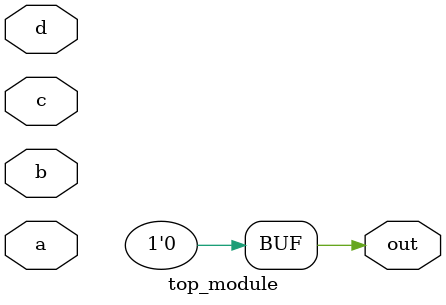
<source format=sv>
module top_module (
  input a,
  input b,
  input c,
  input d,
  output wire out
);

  assign out = 1'b0;

  always @* begin
    case({c, d, a, b})
      4'b0000: out = 1'b1;
      4'b0001: out = 1'b1;
      4'b0100: out = 1'b0;
      4'b0101: out = d;
      4'b1xxx: out = 1'b1;
      4'b1100: out = 1'b0;
      4'b1110: out = 1'b1;
      4'b1111: out = 1'b1;
    endcase
  end

endmodule

</source>
